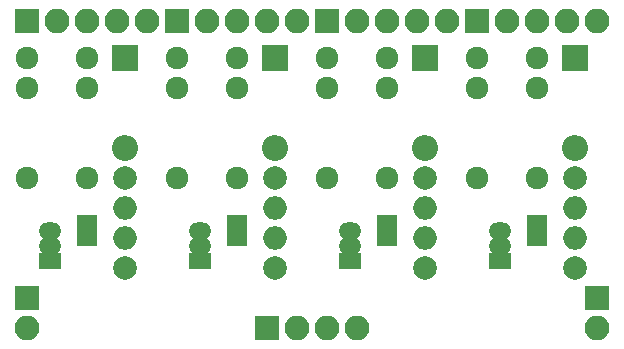
<source format=gts>
G04 #@! TF.FileFunction,Soldermask,Top*
%FSLAX46Y46*%
G04 Gerber Fmt 4.6, Leading zero omitted, Abs format (unit mm)*
G04 Created by KiCad (PCBNEW 4.0.7-e2-6376~60~ubuntu17.10.1) date Sat Dec 16 23:23:54 2017*
%MOMM*%
%LPD*%
G01*
G04 APERTURE LIST*
%ADD10C,0.100000*%
%ADD11C,2.000000*%
%ADD12O,2.000000X2.000000*%
%ADD13R,2.100000X2.100000*%
%ADD14O,2.100000X2.100000*%
%ADD15R,1.670000X1.370000*%
%ADD16C,1.924000*%
%ADD17O,1.900000X1.450000*%
%ADD18R,1.900000X1.450000*%
%ADD19R,2.200000X2.200000*%
%ADD20O,2.200000X2.200000*%
G04 APERTURE END LIST*
D10*
D11*
X175895000Y-112395000D03*
D12*
X175895000Y-114935000D03*
D13*
X177800000Y-122555000D03*
D14*
X177800000Y-125095000D03*
D13*
X129540000Y-122555000D03*
D14*
X129540000Y-125095000D03*
D13*
X149860000Y-125095000D03*
D14*
X152400000Y-125095000D03*
X154940000Y-125095000D03*
X157480000Y-125095000D03*
D13*
X129540000Y-99060000D03*
D14*
X132080000Y-99060000D03*
X134620000Y-99060000D03*
X137160000Y-99060000D03*
X139700000Y-99060000D03*
D13*
X142240000Y-99060000D03*
D14*
X144780000Y-99060000D03*
X147320000Y-99060000D03*
X149860000Y-99060000D03*
X152400000Y-99060000D03*
D13*
X154940000Y-99060000D03*
D14*
X157480000Y-99060000D03*
X160020000Y-99060000D03*
X162560000Y-99060000D03*
X165100000Y-99060000D03*
D13*
X167640000Y-99060000D03*
D14*
X170180000Y-99060000D03*
X172720000Y-99060000D03*
X175260000Y-99060000D03*
X177800000Y-99060000D03*
D15*
X134620000Y-116200000D03*
X134620000Y-117480000D03*
X147320000Y-116200000D03*
X147320000Y-117480000D03*
X160020000Y-116200000D03*
X160020000Y-117480000D03*
X172720000Y-116200000D03*
X172720000Y-117480000D03*
D16*
X134620000Y-102235000D03*
X129540000Y-102235000D03*
X134620000Y-104775000D03*
X129540000Y-104775000D03*
X134620000Y-112395000D03*
X129540000Y-112395000D03*
X147320000Y-102235000D03*
X142240000Y-102235000D03*
X147320000Y-104775000D03*
X142240000Y-104775000D03*
X147320000Y-112395000D03*
X142240000Y-112395000D03*
X160020000Y-102235000D03*
X154940000Y-102235000D03*
X160020000Y-104775000D03*
X154940000Y-104775000D03*
X160020000Y-112395000D03*
X154940000Y-112395000D03*
X172720000Y-102235000D03*
X167640000Y-102235000D03*
X172720000Y-104775000D03*
X167640000Y-104775000D03*
X172720000Y-112395000D03*
X167640000Y-112395000D03*
D17*
X131445000Y-118110000D03*
X131445000Y-116840000D03*
D18*
X131445000Y-119380000D03*
D17*
X144145000Y-118110000D03*
X144145000Y-116840000D03*
D18*
X144145000Y-119380000D03*
D17*
X156845000Y-118110000D03*
X156845000Y-116840000D03*
D18*
X156845000Y-119380000D03*
D17*
X169545000Y-118110000D03*
X169545000Y-116840000D03*
D18*
X169545000Y-119380000D03*
D19*
X137795000Y-102235000D03*
D20*
X137795000Y-109855000D03*
D19*
X150495000Y-102235000D03*
D20*
X150495000Y-109855000D03*
D19*
X163195000Y-102235000D03*
D20*
X163195000Y-109855000D03*
D19*
X175895000Y-102235000D03*
D20*
X175895000Y-109855000D03*
D11*
X137795000Y-112395000D03*
D12*
X137795000Y-114935000D03*
D11*
X137795000Y-120015000D03*
D12*
X137795000Y-117475000D03*
D11*
X150495000Y-120015000D03*
D12*
X150495000Y-117475000D03*
D11*
X150495000Y-112395000D03*
D12*
X150495000Y-114935000D03*
D11*
X163195000Y-120015000D03*
D12*
X163195000Y-117475000D03*
D11*
X163195000Y-112395000D03*
D12*
X163195000Y-114935000D03*
D11*
X175895000Y-120015000D03*
D12*
X175895000Y-117475000D03*
M02*

</source>
